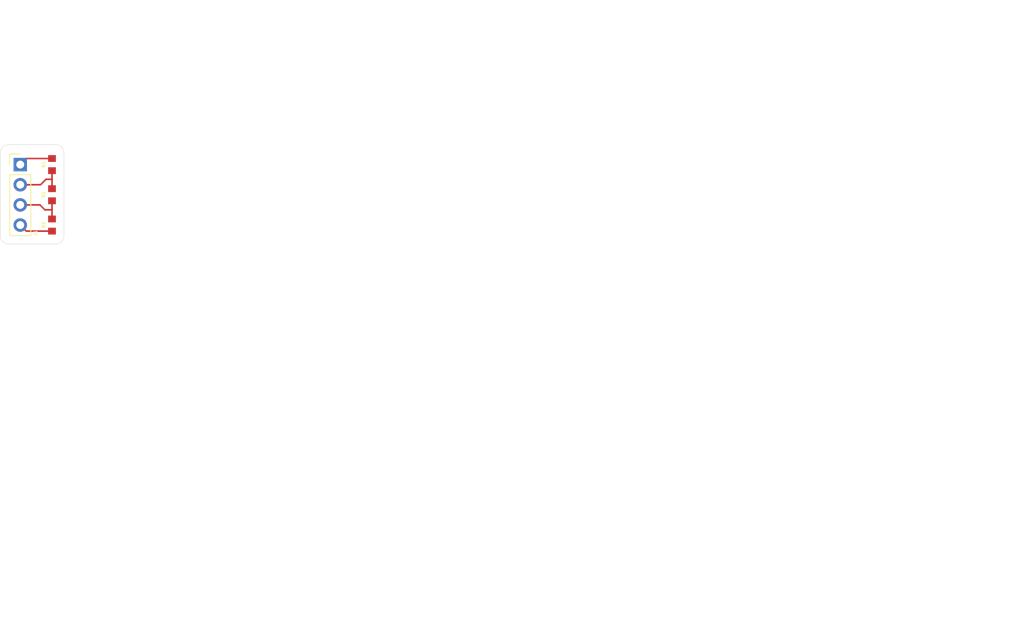
<source format=kicad_pcb>
(kicad_pcb (version 20241229) (generator "pcbnew") (generator_version "9.0")
  (layers (0 "F.Cu" signal) (2 "B.Cu" signal) (13 "F.Paste" user) (15 "B.Paste" user) (5 "F.SilkS" user "F.Silkscreen") (7 "B.SilkS" user "B.Silkscreen") (1 "F.Mask" user) (3 "B.Mask" user) (25 "Edge.Cuts" user))
  (net 0 "")
  (net 1 "Net-(J1-Pin_4)")
  (net 2 "Net-(J1-Pin_1)")
  (net 3 "Net-(J1-Pin_2)")
  (net 4 "Net-(J1-Pin_3)")
  (footprint "CRCW0603806RFKEA:RESC1508X50N" (layer "F.Cu") (at 156.5 101.8 -90)
    (property "Reference" "R2" (at 0 1.05 90) (layer "F.SilkS") (effects (font (size 0.4 0.4) (thickness 0.1) (bold yes))))
    (property "Value" "806")
    (pad "1" smd rect (at -0.765 0 270) (size 0.86 0.98) (layers "F.Cu" "F.Mask" "F.Paste") (net 3 "Net-(J1-Pin_2)"))
    (pad "2" smd rect (at 0.765 0 270) (size 0.86 0.98) (layers "F.Cu" "F.Mask" "F.Paste") (net 4 "Net-(J1-Pin_3)"))
  )
  (footprint "CRCW0603499RFKEA:RESC1508X50N" (layer "F.Cu") (at 156.5 105.62 -90)
    (property "Reference" "R3" (at 0 1.05 90) (layer "F.SilkS") (effects (font (size 0.4 0.4) (thickness 0.1) (bold yes))))
    (property "Value" "499")
    (pad "1" smd rect (at -0.765 0 270) (size 0.86 0.98) (layers "F.Cu" "F.Mask" "F.Paste") (net 4 "Net-(J1-Pin_3)"))
    (pad "2" smd rect (at 0.765 0 270) (size 0.86 0.98) (layers "F.Cu" "F.Mask" "F.Paste") (net 1 "Net-(J1-Pin_4)"))
  )
  (footprint "CRCW0603357RFKEA:RESC1508X50N" (layer "F.Cu") (at 156.5 98 -90)
    (property "Reference" "R1" (at 0 1.05 90) (layer "F.SilkS") (effects (font (size 0.4 0.4) (thickness 0.1) (bold yes))))
    (property "Value" "357")
    (pad "1" smd rect (at -0.765 0 270) (size 0.86 0.98) (layers "F.Cu" "F.Mask" "F.Paste") (net 2 "Net-(J1-Pin_1)"))
    (pad "2" smd rect (at 0.765 0 270) (size 0.86 0.98) (layers "F.Cu" "F.Mask" "F.Paste") (net 3 "Net-(J1-Pin_2)"))
  )
  (footprint "Connector_PinHeader_2.54mm:PinHeader_1x04_P2.54mm_Vertical" (layer "F.Cu") (at 152.5 98)
    (property "Reference" "J1" (at 1.9 8.65 90) (layer "F.SilkS") (effects (font (size 0.4 0.4) (thickness 0.1) (bold yes))))
    (property "Value" "Conn_01x04_Pin" (hide yes))
    (fp_line (start -1.33 -1.33) (end 0 -1.33) (stroke (width 0.12)) (layer "F.SilkS"))
    (fp_line (start -1.33 0) (end -1.33 -1.33) (stroke (width 0.12)) (layer "F.SilkS"))
    (fp_line (start -1.33 1.27) (end -1.33 8.95) (stroke (width 0.12)) (layer "F.SilkS"))
    (fp_line (start -1.33 1.27) (end 1.33 1.27) (stroke (width 0.12)) (layer "F.SilkS"))
    (fp_line (start -1.33 8.95) (end 1.33 8.95) (stroke (width 0.12)) (layer "F.SilkS"))
    (fp_line (start 1.33 1.27) (end 1.33 8.95) (stroke (width 0.12)) (layer "F.SilkS"))
    (pad "1" thru_hole rect (at 0 0) (size 1.7 1.7) (drill 1) (layers "*.Cu" "*.Mask") (net 2 "Net-(J1-Pin_1)"))
    (pad "2" thru_hole oval (at 0 2.54) (size 1.7 1.7) (drill 1) (layers "*.Cu" "*.Mask") (net 3 "Net-(J1-Pin_2)"))
    (pad "3" thru_hole oval (at 0 5.08) (size 1.7 1.7) (drill 1) (layers "*.Cu" "*.Mask") (net 4 "Net-(J1-Pin_3)"))
    (pad "4" thru_hole oval (at 0 7.62) (size 1.7 1.7) (drill 1) (layers "*.Cu" "*.Mask") (net 1 "Net-(J1-Pin_4)"))
  )
  (gr_arc (start 157 95.5) (mid 157.707107 95.792893) (end 158 96.5) (stroke (width 0.05)) (layer "Edge.Cuts"))
  (gr_arc (start 150 96.5) (mid 150.292893 95.792893) (end 151 95.5) (stroke (width 0.05)) (layer "Edge.Cuts"))
  (gr_line (start 150 107) (end 150 96.5) (stroke (width 0.05)) (layer "Edge.Cuts"))
  (gr_line (start 158 96.5) (end 158 107) (stroke (width 0.05)) (layer "Edge.Cuts"))
  (gr_line (start 151 95.5) (end 157 95.5) (stroke (width 0.05)) (layer "Edge.Cuts"))
  (gr_line (start 157 108) (end 151 108) (stroke (width 0.05)) (layer "Edge.Cuts"))
  (gr_arc (start 158 107) (mid 157.707107 107.707107) (end 157 108) (stroke (width 0.05)) (layer "Edge.Cuts"))
  (gr_arc (start 151 108) (mid 150.292893 107.707107) (end 150 107) (stroke (width 0.05)) (layer "Edge.Cuts"))
  (segment (start 153.265 106.385) (end 152.5 105.62) (width 0.2) (layer "F.Cu") (net 1))
  (segment (start 156.5 106.385) (end 153.265 106.385) (width 0.2) (layer "F.Cu") (net 1))
  (segment (start 156.5 97.235) (end 153.265 97.235) (width 0.2) (layer "F.Cu") (net 2))
  (segment (start 153.265 97.235) (end 152.5 98) (width 0.2) (layer "F.Cu") (net 2))
  (segment (start 155.06 100.54) (end 152.5 100.54) (width 0.2) (layer "F.Cu") (net 3))
  (segment (start 156.5 99.85) (end 155.75 99.85) (width 0.2) (layer "F.Cu") (net 3))
  (segment (start 155.75 99.85) (end 155.06 100.54) (width 0.2) (layer "F.Cu") (net 3))
  (segment (start 156.5 98.765) (end 156.5 99.85) (width 0.2) (layer "F.Cu") (net 3))
  (segment (start 156.5 99.85) (end 156.5 101.035) (width 0.2) (layer "F.Cu") (net 3))
  (segment (start 156.5 102.565) (end 156.5 103.7) (width 0.2) (layer "F.Cu") (net 4))
  (segment (start 154.98 103.08) (end 152.5 103.08) (width 0.2) (layer "F.Cu") (net 4))
  (segment (start 156.5 103.7) (end 155.6 103.7) (width 0.2) (layer "F.Cu") (net 4))
  (segment (start 155.6 103.7) (end 154.98 103.08) (width 0.2) (layer "F.Cu") (net 4))
  (segment (start 156.5 103.7) (end 156.5 104.855) (width 0.2) (layer "F.Cu") (net 4))
)
</source>
